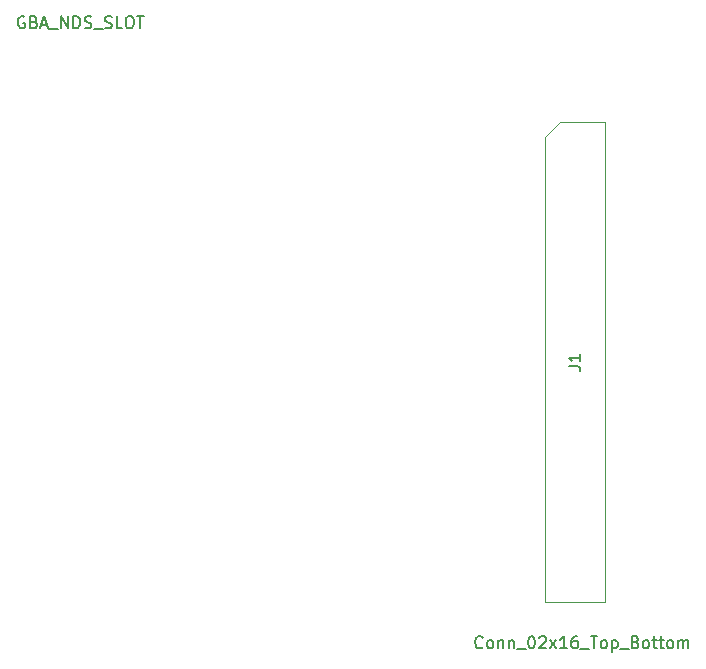
<source format=gbr>
%TF.GenerationSoftware,KiCad,Pcbnew,(5.1.10)-1*%
%TF.CreationDate,2021-11-02T23:54:37+01:00*%
%TF.ProjectId,Board0,426f6172-6430-42e6-9b69-6361645f7063,rev?*%
%TF.SameCoordinates,Original*%
%TF.FileFunction,Other,Fab,Top*%
%FSLAX46Y46*%
G04 Gerber Fmt 4.6, Leading zero omitted, Abs format (unit mm)*
G04 Created by KiCad (PCBNEW (5.1.10)-1) date 2021-11-02 23:54:37*
%MOMM*%
%LPD*%
G01*
G04 APERTURE LIST*
%ADD10C,0.100000*%
%ADD11C,0.150000*%
G04 APERTURE END LIST*
D10*
%TO.C,J1*%
X129370000Y-102680000D02*
X130640000Y-101410000D01*
X129370000Y-142050000D02*
X129370000Y-102680000D01*
X134450000Y-142050000D02*
X129370000Y-142050000D01*
X134450000Y-101410000D02*
X134450000Y-142050000D01*
X130640000Y-101410000D02*
X134450000Y-101410000D01*
%TD*%
%TO.C,J1*%
D11*
X124071428Y-145857142D02*
X124023809Y-145904761D01*
X123880952Y-145952380D01*
X123785714Y-145952380D01*
X123642857Y-145904761D01*
X123547619Y-145809523D01*
X123500000Y-145714285D01*
X123452380Y-145523809D01*
X123452380Y-145380952D01*
X123500000Y-145190476D01*
X123547619Y-145095238D01*
X123642857Y-145000000D01*
X123785714Y-144952380D01*
X123880952Y-144952380D01*
X124023809Y-145000000D01*
X124071428Y-145047619D01*
X124642857Y-145952380D02*
X124547619Y-145904761D01*
X124500000Y-145857142D01*
X124452380Y-145761904D01*
X124452380Y-145476190D01*
X124500000Y-145380952D01*
X124547619Y-145333333D01*
X124642857Y-145285714D01*
X124785714Y-145285714D01*
X124880952Y-145333333D01*
X124928571Y-145380952D01*
X124976190Y-145476190D01*
X124976190Y-145761904D01*
X124928571Y-145857142D01*
X124880952Y-145904761D01*
X124785714Y-145952380D01*
X124642857Y-145952380D01*
X125404761Y-145285714D02*
X125404761Y-145952380D01*
X125404761Y-145380952D02*
X125452380Y-145333333D01*
X125547619Y-145285714D01*
X125690476Y-145285714D01*
X125785714Y-145333333D01*
X125833333Y-145428571D01*
X125833333Y-145952380D01*
X126309523Y-145285714D02*
X126309523Y-145952380D01*
X126309523Y-145380952D02*
X126357142Y-145333333D01*
X126452380Y-145285714D01*
X126595238Y-145285714D01*
X126690476Y-145333333D01*
X126738095Y-145428571D01*
X126738095Y-145952380D01*
X126976190Y-146047619D02*
X127738095Y-146047619D01*
X128166666Y-144952380D02*
X128261904Y-144952380D01*
X128357142Y-145000000D01*
X128404761Y-145047619D01*
X128452380Y-145142857D01*
X128500000Y-145333333D01*
X128500000Y-145571428D01*
X128452380Y-145761904D01*
X128404761Y-145857142D01*
X128357142Y-145904761D01*
X128261904Y-145952380D01*
X128166666Y-145952380D01*
X128071428Y-145904761D01*
X128023809Y-145857142D01*
X127976190Y-145761904D01*
X127928571Y-145571428D01*
X127928571Y-145333333D01*
X127976190Y-145142857D01*
X128023809Y-145047619D01*
X128071428Y-145000000D01*
X128166666Y-144952380D01*
X128880952Y-145047619D02*
X128928571Y-145000000D01*
X129023809Y-144952380D01*
X129261904Y-144952380D01*
X129357142Y-145000000D01*
X129404761Y-145047619D01*
X129452380Y-145142857D01*
X129452380Y-145238095D01*
X129404761Y-145380952D01*
X128833333Y-145952380D01*
X129452380Y-145952380D01*
X129785714Y-145952380D02*
X130309523Y-145285714D01*
X129785714Y-145285714D02*
X130309523Y-145952380D01*
X131214285Y-145952380D02*
X130642857Y-145952380D01*
X130928571Y-145952380D02*
X130928571Y-144952380D01*
X130833333Y-145095238D01*
X130738095Y-145190476D01*
X130642857Y-145238095D01*
X132071428Y-144952380D02*
X131880952Y-144952380D01*
X131785714Y-145000000D01*
X131738095Y-145047619D01*
X131642857Y-145190476D01*
X131595238Y-145380952D01*
X131595238Y-145761904D01*
X131642857Y-145857142D01*
X131690476Y-145904761D01*
X131785714Y-145952380D01*
X131976190Y-145952380D01*
X132071428Y-145904761D01*
X132119047Y-145857142D01*
X132166666Y-145761904D01*
X132166666Y-145523809D01*
X132119047Y-145428571D01*
X132071428Y-145380952D01*
X131976190Y-145333333D01*
X131785714Y-145333333D01*
X131690476Y-145380952D01*
X131642857Y-145428571D01*
X131595238Y-145523809D01*
X132357142Y-146047619D02*
X133119047Y-146047619D01*
X133214285Y-144952380D02*
X133785714Y-144952380D01*
X133500000Y-145952380D02*
X133500000Y-144952380D01*
X134261904Y-145952380D02*
X134166666Y-145904761D01*
X134119047Y-145857142D01*
X134071428Y-145761904D01*
X134071428Y-145476190D01*
X134119047Y-145380952D01*
X134166666Y-145333333D01*
X134261904Y-145285714D01*
X134404761Y-145285714D01*
X134500000Y-145333333D01*
X134547619Y-145380952D01*
X134595238Y-145476190D01*
X134595238Y-145761904D01*
X134547619Y-145857142D01*
X134500000Y-145904761D01*
X134404761Y-145952380D01*
X134261904Y-145952380D01*
X135023809Y-145285714D02*
X135023809Y-146285714D01*
X135023809Y-145333333D02*
X135119047Y-145285714D01*
X135309523Y-145285714D01*
X135404761Y-145333333D01*
X135452380Y-145380952D01*
X135500000Y-145476190D01*
X135500000Y-145761904D01*
X135452380Y-145857142D01*
X135404761Y-145904761D01*
X135309523Y-145952380D01*
X135119047Y-145952380D01*
X135023809Y-145904761D01*
X135690476Y-146047619D02*
X136452380Y-146047619D01*
X137023809Y-145428571D02*
X137166666Y-145476190D01*
X137214285Y-145523809D01*
X137261904Y-145619047D01*
X137261904Y-145761904D01*
X137214285Y-145857142D01*
X137166666Y-145904761D01*
X137071428Y-145952380D01*
X136690476Y-145952380D01*
X136690476Y-144952380D01*
X137023809Y-144952380D01*
X137119047Y-145000000D01*
X137166666Y-145047619D01*
X137214285Y-145142857D01*
X137214285Y-145238095D01*
X137166666Y-145333333D01*
X137119047Y-145380952D01*
X137023809Y-145428571D01*
X136690476Y-145428571D01*
X137833333Y-145952380D02*
X137738095Y-145904761D01*
X137690476Y-145857142D01*
X137642857Y-145761904D01*
X137642857Y-145476190D01*
X137690476Y-145380952D01*
X137738095Y-145333333D01*
X137833333Y-145285714D01*
X137976190Y-145285714D01*
X138071428Y-145333333D01*
X138119047Y-145380952D01*
X138166666Y-145476190D01*
X138166666Y-145761904D01*
X138119047Y-145857142D01*
X138071428Y-145904761D01*
X137976190Y-145952380D01*
X137833333Y-145952380D01*
X138452380Y-145285714D02*
X138833333Y-145285714D01*
X138595238Y-144952380D02*
X138595238Y-145809523D01*
X138642857Y-145904761D01*
X138738095Y-145952380D01*
X138833333Y-145952380D01*
X139023809Y-145285714D02*
X139404761Y-145285714D01*
X139166666Y-144952380D02*
X139166666Y-145809523D01*
X139214285Y-145904761D01*
X139309523Y-145952380D01*
X139404761Y-145952380D01*
X139880952Y-145952380D02*
X139785714Y-145904761D01*
X139738095Y-145857142D01*
X139690476Y-145761904D01*
X139690476Y-145476190D01*
X139738095Y-145380952D01*
X139785714Y-145333333D01*
X139880952Y-145285714D01*
X140023809Y-145285714D01*
X140119047Y-145333333D01*
X140166666Y-145380952D01*
X140214285Y-145476190D01*
X140214285Y-145761904D01*
X140166666Y-145857142D01*
X140119047Y-145904761D01*
X140023809Y-145952380D01*
X139880952Y-145952380D01*
X140642857Y-145952380D02*
X140642857Y-145285714D01*
X140642857Y-145380952D02*
X140690476Y-145333333D01*
X140785714Y-145285714D01*
X140928571Y-145285714D01*
X141023809Y-145333333D01*
X141071428Y-145428571D01*
X141071428Y-145952380D01*
X141071428Y-145428571D02*
X141119047Y-145333333D01*
X141214285Y-145285714D01*
X141357142Y-145285714D01*
X141452380Y-145333333D01*
X141500000Y-145428571D01*
X141500000Y-145952380D01*
X131362380Y-122063333D02*
X132076666Y-122063333D01*
X132219523Y-122110952D01*
X132314761Y-122206190D01*
X132362380Y-122349047D01*
X132362380Y-122444285D01*
X132362380Y-121063333D02*
X132362380Y-121634761D01*
X132362380Y-121349047D02*
X131362380Y-121349047D01*
X131505238Y-121444285D01*
X131600476Y-121539523D01*
X131648095Y-121634761D01*
%TO.C,U1*%
X85285714Y-92500000D02*
X85190476Y-92452380D01*
X85047619Y-92452380D01*
X84904761Y-92500000D01*
X84809523Y-92595238D01*
X84761904Y-92690476D01*
X84714285Y-92880952D01*
X84714285Y-93023809D01*
X84761904Y-93214285D01*
X84809523Y-93309523D01*
X84904761Y-93404761D01*
X85047619Y-93452380D01*
X85142857Y-93452380D01*
X85285714Y-93404761D01*
X85333333Y-93357142D01*
X85333333Y-93023809D01*
X85142857Y-93023809D01*
X86095238Y-92928571D02*
X86238095Y-92976190D01*
X86285714Y-93023809D01*
X86333333Y-93119047D01*
X86333333Y-93261904D01*
X86285714Y-93357142D01*
X86238095Y-93404761D01*
X86142857Y-93452380D01*
X85761904Y-93452380D01*
X85761904Y-92452380D01*
X86095238Y-92452380D01*
X86190476Y-92500000D01*
X86238095Y-92547619D01*
X86285714Y-92642857D01*
X86285714Y-92738095D01*
X86238095Y-92833333D01*
X86190476Y-92880952D01*
X86095238Y-92928571D01*
X85761904Y-92928571D01*
X86714285Y-93166666D02*
X87190476Y-93166666D01*
X86619047Y-93452380D02*
X86952380Y-92452380D01*
X87285714Y-93452380D01*
X87380952Y-93547619D02*
X88142857Y-93547619D01*
X88380952Y-93452380D02*
X88380952Y-92452380D01*
X88952380Y-93452380D01*
X88952380Y-92452380D01*
X89428571Y-93452380D02*
X89428571Y-92452380D01*
X89666666Y-92452380D01*
X89809523Y-92500000D01*
X89904761Y-92595238D01*
X89952380Y-92690476D01*
X90000000Y-92880952D01*
X90000000Y-93023809D01*
X89952380Y-93214285D01*
X89904761Y-93309523D01*
X89809523Y-93404761D01*
X89666666Y-93452380D01*
X89428571Y-93452380D01*
X90380952Y-93404761D02*
X90523809Y-93452380D01*
X90761904Y-93452380D01*
X90857142Y-93404761D01*
X90904761Y-93357142D01*
X90952380Y-93261904D01*
X90952380Y-93166666D01*
X90904761Y-93071428D01*
X90857142Y-93023809D01*
X90761904Y-92976190D01*
X90571428Y-92928571D01*
X90476190Y-92880952D01*
X90428571Y-92833333D01*
X90380952Y-92738095D01*
X90380952Y-92642857D01*
X90428571Y-92547619D01*
X90476190Y-92500000D01*
X90571428Y-92452380D01*
X90809523Y-92452380D01*
X90952380Y-92500000D01*
X91142857Y-93547619D02*
X91904761Y-93547619D01*
X92095238Y-93404761D02*
X92238095Y-93452380D01*
X92476190Y-93452380D01*
X92571428Y-93404761D01*
X92619047Y-93357142D01*
X92666666Y-93261904D01*
X92666666Y-93166666D01*
X92619047Y-93071428D01*
X92571428Y-93023809D01*
X92476190Y-92976190D01*
X92285714Y-92928571D01*
X92190476Y-92880952D01*
X92142857Y-92833333D01*
X92095238Y-92738095D01*
X92095238Y-92642857D01*
X92142857Y-92547619D01*
X92190476Y-92500000D01*
X92285714Y-92452380D01*
X92523809Y-92452380D01*
X92666666Y-92500000D01*
X93571428Y-93452380D02*
X93095238Y-93452380D01*
X93095238Y-92452380D01*
X94095238Y-92452380D02*
X94285714Y-92452380D01*
X94380952Y-92500000D01*
X94476190Y-92595238D01*
X94523809Y-92785714D01*
X94523809Y-93119047D01*
X94476190Y-93309523D01*
X94380952Y-93404761D01*
X94285714Y-93452380D01*
X94095238Y-93452380D01*
X94000000Y-93404761D01*
X93904761Y-93309523D01*
X93857142Y-93119047D01*
X93857142Y-92785714D01*
X93904761Y-92595238D01*
X94000000Y-92500000D01*
X94095238Y-92452380D01*
X94809523Y-92452380D02*
X95380952Y-92452380D01*
X95095238Y-93452380D02*
X95095238Y-92452380D01*
%TD*%
M02*

</source>
